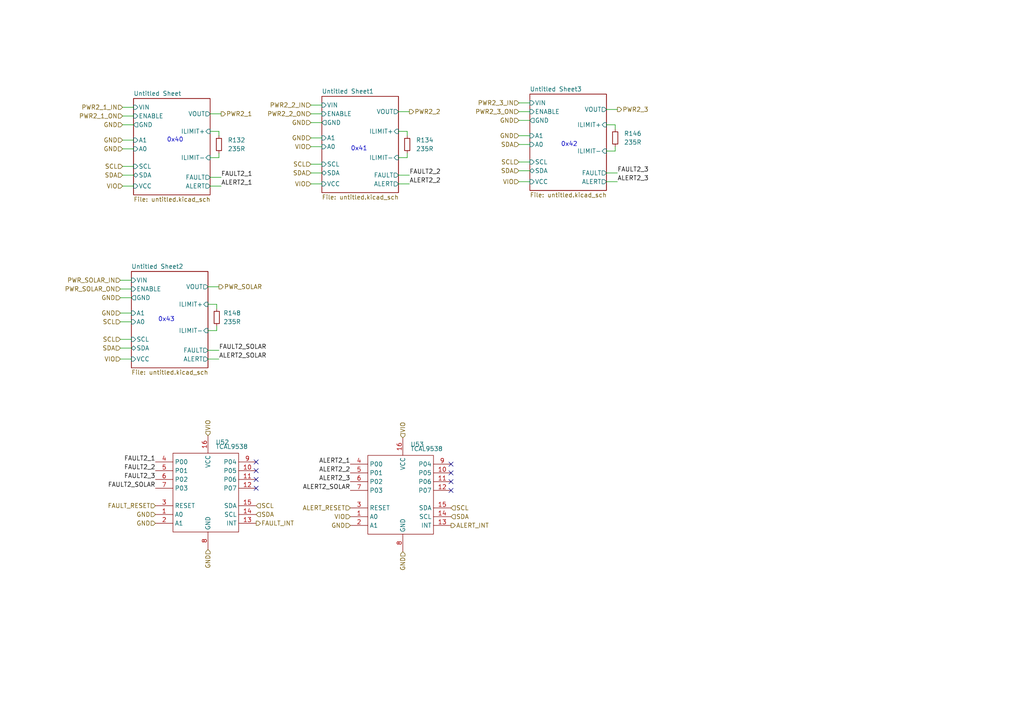
<source format=kicad_sch>
(kicad_sch (version 20231120) (generator "eeschema") (generator_version "8.0")
  (paper "A4")
  (lib_symbols
    (symbol "Device:R_Small" (pin_numbers hide) (pin_names (offset 0.254) hide)
      (property "Reference" "R" (at 0.762 0.508 0))
      (property "Value" "R_Small" (at 0.762 -1.016 0))
      (symbol "R_Small_0_1"
        (rectangle (start -0.762 1.778) (end 0.762 -1.778) (stroke (width 0.2032)))
      )
      (symbol "R_Small_1_1"
        (pin passive line (at 0 2.54 270) (length 0.762) (name "~") (number "1"))
        (pin passive line (at 0 -2.54 90) (length 0.762) (name "~") (number "2"))
      )
    )
    (symbol "Project:TCAL9538"
      (property "Reference" "U" (at 0 0 0))
      (symbol "TCAL9538_0_1"
        (rectangle (start -10.16 11.43) (end 8.89 -11.43))
      )
      (symbol "TCAL9538_1_1"
        (pin input line (at -15.24 -6.35 0) (length 5.08) (name "A0") (number "1"))
        (pin input line (at 13.97 6.35 180) (length 5.08) (name "P05") (number "10"))
        (pin input line (at 13.97 3.81 180) (length 5.08) (name "P06") (number "11"))
        (pin input line (at 13.97 1.27 180) (length 5.08) (name "P07") (number "12"))
        (pin output line (at 13.97 -8.89 180) (length 5.08) (name "INT") (number "13"))
        (pin input line (at 13.97 -6.35 180) (length 5.08) (name "SCL") (number "14"))
        (pin bidirectional line (at 13.97 -3.81 180) (length 5.08) (name "SDA") (number "15"))
        (pin power_in line (at 0 16.51 270) (length 5.08) (name "VCC") (number "16"))
        (pin input line (at -15.24 -8.89 0) (length 5.08) (name "A1") (number "2"))
        (pin input line (at -15.24 -3.81 0) (length 5.08) (name "RESET") (number "3"))
        (pin input line (at -15.24 8.89 0) (length 5.08) (name "P00") (number "4"))
        (pin input line (at -15.24 6.35 0) (length 5.08) (name "P01") (number "5"))
        (pin input line (at -15.24 3.81 0) (length 5.08) (name "P02") (number "6"))
        (pin input line (at -15.24 1.27 0) (length 5.08) (name "P03") (number "7"))
        (pin power_in line (at 0 -16.51 90) (length 5.08) (name "GND") (number "8"))
        (pin input line (at 13.97 8.89 180) (length 5.08) (name "P04") (number "9"))
      )
    )
  )
  (no_connect (at 130.81 134.62))
  (no_connect (at 74.295 133.985))
  (no_connect (at 74.295 136.525))
  (no_connect (at 130.81 137.16))
  (no_connect (at 130.81 142.24))
  (no_connect (at 130.81 139.7))
  (no_connect (at 74.295 141.605))
  (no_connect (at 74.295 139.065))
  (wire (pts (xy 34.925 98.425) (xy 38.1 98.425)))
  (wire (pts (xy 60.325 88.265) (xy 62.865 88.265)))
  (wire (pts (xy 34.925 86.36) (xy 38.1 86.36)))
  (wire (pts (xy 90.17 30.48) (xy 93.345 30.48)))
  (wire (pts (xy 60.96 45.72) (xy 63.5 45.72)))
  (wire (pts (xy 175.895 36.195) (xy 178.435 36.195)))
  (wire (pts (xy 60.96 33.02) (xy 64.135 33.02)))
  (wire (pts (xy 175.895 43.815) (xy 178.435 43.815)))
  (wire (pts (xy 34.925 81.28) (xy 38.1 81.28)))
  (wire (pts (xy 115.57 50.8) (xy 118.745 50.8)))
  (wire (pts (xy 90.17 40.005) (xy 93.345 40.005)))
  (wire (pts (xy 90.17 47.625) (xy 93.345 47.625)))
  (wire (pts (xy 35.56 48.26) (xy 38.735 48.26)))
  (wire (pts (xy 118.11 38.1) (xy 118.11 39.37)))
  (wire (pts (xy 60.96 51.435) (xy 64.135 51.435)))
  (wire (pts (xy 150.495 34.925) (xy 153.67 34.925)))
  (wire (pts (xy 90.17 42.545) (xy 93.345 42.545)))
  (wire (pts (xy 90.17 33.02) (xy 93.345 33.02)))
  (wire (pts (xy 115.57 38.1) (xy 118.11 38.1)))
  (wire (pts (xy 60.325 101.6) (xy 63.5 101.6)))
  (wire (pts (xy 90.17 53.34) (xy 93.345 53.34)))
  (wire (pts (xy 35.56 36.195) (xy 38.735 36.195)))
  (wire (pts (xy 63.5 38.1) (xy 63.5 39.37)))
  (wire (pts (xy 63.5 44.45) (xy 63.5 45.72)))
  (wire (pts (xy 34.925 104.14) (xy 38.1 104.14)))
  (wire (pts (xy 150.495 32.385) (xy 153.67 32.385)))
  (wire (pts (xy 90.17 35.56) (xy 93.345 35.56)))
  (wire (pts (xy 35.56 33.655) (xy 38.735 33.655)))
  (wire (pts (xy 115.57 32.385) (xy 118.745 32.385)))
  (wire (pts (xy 175.895 50.165) (xy 179.07 50.165)))
  (wire (pts (xy 34.925 93.345) (xy 38.1 93.345)))
  (wire (pts (xy 150.495 29.845) (xy 153.67 29.845)))
  (wire (pts (xy 60.96 38.1) (xy 63.5 38.1)))
  (wire (pts (xy 62.865 94.615) (xy 62.865 95.885)))
  (wire (pts (xy 34.925 100.965) (xy 38.1 100.965)))
  (wire (pts (xy 34.925 83.82) (xy 38.1 83.82)))
  (wire (pts (xy 35.56 50.8) (xy 38.735 50.8)))
  (wire (pts (xy 118.11 44.45) (xy 118.11 45.72)))
  (wire (pts (xy 35.56 53.975) (xy 38.735 53.975)))
  (wire (pts (xy 60.96 53.975) (xy 64.135 53.975)))
  (wire (pts (xy 178.435 42.545) (xy 178.435 43.815)))
  (wire (pts (xy 150.495 52.705) (xy 153.67 52.705)))
  (wire (pts (xy 60.325 95.885) (xy 62.865 95.885)))
  (wire (pts (xy 115.57 45.72) (xy 118.11 45.72)))
  (wire (pts (xy 35.56 43.18) (xy 38.735 43.18)))
  (wire (pts (xy 35.56 40.64) (xy 38.735 40.64)))
  (wire (pts (xy 175.895 31.75) (xy 179.07 31.75)))
  (wire (pts (xy 115.57 53.34) (xy 118.745 53.34)))
  (wire (pts (xy 90.17 50.165) (xy 93.345 50.165)))
  (wire (pts (xy 150.495 46.99) (xy 153.67 46.99)))
  (wire (pts (xy 178.435 36.195) (xy 178.435 37.465)))
  (wire (pts (xy 175.895 52.705) (xy 179.07 52.705)))
  (wire (pts (xy 34.925 90.805) (xy 38.1 90.805)))
  (wire (pts (xy 62.865 88.265) (xy 62.865 89.535)))
  (wire (pts (xy 60.325 83.185) (xy 63.5 83.185)))
  (wire (pts (xy 150.495 49.53) (xy 153.67 49.53)))
  (wire (pts (xy 150.495 41.91) (xy 153.67 41.91)))
  (wire (pts (xy 150.495 39.37) (xy 153.67 39.37)))
  (wire (pts (xy 35.56 31.115) (xy 38.735 31.115)))
  (wire (pts (xy 60.325 104.14) (xy 63.5 104.14)))
  (text "0x42\n" (at 165.1 41.91 0) (effects (font (size 1.27 1.27))))
  (text "0x43\n" (at 48.26 92.71 0) (effects (font (size 1.27 1.27))))
  (text "0x40" (at 50.8 40.64 0) (effects (font (size 1.27 1.27))))
  (text "0x41\n" (at 104.14 43.18 0) (effects (font (size 1.27 1.27))))
  (label "FAULT2_SOLAR" (at 45.085 141.605 180))
  (label "ALERT2_1" (at 101.6 134.62 180))
  (label "ALERT2_SOLAR" (at 101.6 142.24 180))
  (label "FAULT2_2" (at 118.745 50.8 0))
  (label "ALERT2_2" (at 118.745 53.34 0))
  (label "ALERT2_1" (at 64.135 53.975 0))
  (label "FAULT2_3" (at 45.085 139.065 180))
  (label "FAULT2_3" (at 179.07 50.165 0))
  (label "FAULT2_1" (at 45.085 133.985 180))
  (label "ALERT2_2" (at 101.6 137.16 180))
  (label "FAULT2_SOLAR" (at 63.5 101.6 0))
  (label "FAULT2_2" (at 45.085 136.525 180))
  (label "ALERT2_3" (at 101.6 139.7 180))
  (label "FAULT2_1" (at 64.135 51.435 0))
  (label "ALERT2_3" (at 179.07 52.705 0))
  (label "ALERT2_SOLAR" (at 63.5 104.14 0))
  (hierarchical_label "FAULT_INT" (shape output) (at 74.295 151.765 0))
  (hierarchical_label "GND" (shape input) (at 150.495 39.37 180))
  (hierarchical_label "SCL" (shape input) (at 90.17 47.625 180))
  (hierarchical_label "VIO" (shape input) (at 35.56 53.975 180))
  (hierarchical_label "PWR2_1_ON" (shape input) (at 35.56 33.655 180))
  (hierarchical_label "GND" (shape input) (at 34.925 86.36 180))
  (hierarchical_label "SCL" (shape input) (at 34.925 98.425 180))
  (hierarchical_label "SDA" (shape input) (at 150.495 41.91 180))
  (hierarchical_label "GND" (shape input) (at 60.325 159.385 270))
  (hierarchical_label "SCL" (shape input) (at 34.925 93.345 180))
  (hierarchical_label "VIO" (shape input) (at 90.17 53.34 180))
  (hierarchical_label "VIO" (shape input) (at 34.925 104.14 180))
  (hierarchical_label "SDA" (shape input) (at 35.56 50.8 180))
  (hierarchical_label "SDA" (shape input) (at 34.925 100.965 180))
  (hierarchical_label "GND" (shape input) (at 34.925 90.805 180))
  (hierarchical_label "VIO" (shape input) (at 60.325 126.365 90))
  (hierarchical_label "SCL" (shape input) (at 130.81 147.32 0))
  (hierarchical_label "VIO" (shape input) (at 90.17 42.545 180))
  (hierarchical_label "GND" (shape input) (at 35.56 43.18 180))
  (hierarchical_label "PWR_SOLAR" (shape output) (at 63.5 83.185 0))
  (hierarchical_label "PWR2_2" (shape output) (at 118.745 32.385 0))
  (hierarchical_label "PWR2_1" (shape output) (at 64.135 33.02 0))
  (hierarchical_label "VIO" (shape input) (at 150.495 52.705 180))
  (hierarchical_label "GND" (shape input) (at 45.085 149.225 180))
  (hierarchical_label "SDA" (shape input) (at 74.295 149.225 0))
  (hierarchical_label "PWR2_2_IN" (shape input) (at 90.17 30.48 180))
  (hierarchical_label "GND" (shape input) (at 101.6 152.4 180))
  (hierarchical_label "GND" (shape input) (at 35.56 40.64 180))
  (hierarchical_label "GND" (shape input) (at 90.17 35.56 180))
  (hierarchical_label "GND" (shape input) (at 45.085 151.765 180))
  (hierarchical_label "PWR_SOLAR_IN" (shape input) (at 34.925 81.28 180))
  (hierarchical_label "GND" (shape input) (at 150.495 34.925 180))
  (hierarchical_label "ALERT_INT" (shape output) (at 130.81 152.4 0))
  (hierarchical_label "PWR2_2_ON" (shape input) (at 90.17 33.02 180))
  (hierarchical_label "VIO" (shape input) (at 116.84 127 90))
  (hierarchical_label "FAULT_RESET" (shape input) (at 45.085 146.685 180))
  (hierarchical_label "SDA" (shape input) (at 90.17 50.165 180))
  (hierarchical_label "GND" (shape input) (at 35.56 36.195 180))
  (hierarchical_label "PWR2_3_IN" (shape input) (at 150.495 29.845 180))
  (hierarchical_label "PWR2_1_IN" (shape input) (at 35.56 31.115 180))
  (hierarchical_label "PWR_SOLAR_ON" (shape input) (at 34.925 83.82 180))
  (hierarchical_label "PWR2_3_ON" (shape input) (at 150.495 32.385 180))
  (hierarchical_label "VIO" (shape input) (at 101.6 149.86 180))
  (hierarchical_label "SCL" (shape input) (at 35.56 48.26 180))
  (hierarchical_label "SCL" (shape input) (at 150.495 46.99 180))
  (hierarchical_label "GND" (shape input) (at 116.84 160.02 270))
  (hierarchical_label "ALERT_RESET" (shape input) (at 101.6 147.32 180))
  (hierarchical_label "GND" (shape input) (at 90.17 40.005 180))
  (hierarchical_label "PWR2_3" (shape output) (at 179.07 31.75 0))
  (hierarchical_label "SDA" (shape input) (at 150.495 49.53 180))
  (hierarchical_label "SCL" (shape input) (at 74.295 146.685 0))
  (hierarchical_label "SDA" (shape input) (at 130.81 149.86 0))
  (symbol (lib_id "Project:TCAL9538") (at 60.325 142.875 0) (unit 1)
    (property "Reference" "U52" (at 62.5191 128.27 0) (effects (justify left)))
    (property "Value" "TCAL9538" (at 62.5191 129.54 0) (effects (justify left)))
    (property "Footprint" "Package_SO:TSSOP-16_4.4x5mm_P0.65mm" (effects (hide yes)))
  )
  (symbol (lib_id "Project:TCAL9538") (at 116.84 143.51 0) (unit 1)
    (property "Reference" "U53" (at 119.0341 128.905 0) (effects (justify left)))
    (property "Value" "TCAL9538" (at 119.0341 130.175 0) (effects (justify left)))
    (property "Footprint" "Package_SO:TSSOP-16_4.4x5mm_P0.65mm" (effects (hide yes)))
  )
  (symbol (lib_id "Device:R_Small") (at 63.5 41.91 0) (unit 1)
    (property "Reference" "R132" (at 66.04 40.6399 0) (effects (justify left)))
    (property "Value" "235R" (at 66.04 43.1799 0) (effects (justify left)))
    (property "Footprint" "Resistor_SMD:R_0402_1005Metric_Pad0.72x0.64mm_HandSolder" (effects (hide yes)))
    (property "Description" "Resistor, small symbol" (effects (hide yes)))
  )
  (symbol (lib_id "Device:R_Small") (at 178.435 40.005 0) (unit 1)
    (property "Reference" "R146" (at 180.975 38.7349 0) (effects (justify left)))
    (property "Value" "235R" (at 180.975 41.2749 0) (effects (justify left)))
    (property "Footprint" "Resistor_SMD:R_0402_1005Metric_Pad0.72x0.64mm_HandSolder" (effects (hide yes)))
    (property "Description" "Resistor, small symbol" (effects (hide yes)))
  )
  (symbol (lib_id "Device:R_Small") (at 62.865 92.075 0) (unit 1)
    (property "Reference" "R148" (at 64.77 90.8049 0) (effects (justify left)))
    (property "Value" "235R" (at 64.77 93.3449 0) (effects (justify left)))
    (property "Footprint" "Resistor_SMD:R_0402_1005Metric_Pad0.72x0.64mm_HandSolder" (effects (hide yes)))
    (property "Description" "Resistor, small symbol" (effects (hide yes)))
  )
  (symbol (lib_id "Device:R_Small") (at 118.11 41.91 0) (unit 1)
    (property "Reference" "R134" (at 120.65 40.6399 0) (effects (justify left)))
    (property "Value" "235R" (at 120.65 43.1799 0) (effects (justify left)))
    (property "Footprint" "Resistor_SMD:R_0402_1005Metric_Pad0.72x0.64mm_HandSolder" (effects (hide yes)))
    (property "Description" "Resistor, small symbol" (effects (hide yes)))
  )
  (sheet (at 38.1 78.74) (size 22.225 27.94) (stroke (width 0.1524))
    (property "Sheetname" "Untitled Sheet2" (at 38.1 78.0284 0) (effects (justify left bottom)))
    (property "Sheetfile" "untitled.kicad_sch" (at 38.1 107.2646 0) (effects (justify left top)))
    (pin "GND" output (at 38.1 86.36 180))
    (pin "ENABLE" input (at 38.1 83.82 180))
    (pin "VOUT" output (at 60.325 83.185 0))
    (pin "VCC" input (at 38.1 104.14 180))
    (pin "ALERT" output (at 60.325 104.14 0))
    (pin "SDA" bidirectional (at 38.1 100.965 180))
    (pin "SCL" input (at 38.1 98.425 180))
    (pin "A0" input (at 38.1 93.345 180))
    (pin "VIN" input (at 38.1 81.28 180))
    (pin "A1" input (at 38.1 90.805 180))
    (pin "FAULT" output (at 60.325 101.6 0))
    (pin "ILIMIT-" input (at 60.325 95.885 0))
    (pin "ILIMIT+" input (at 60.325 88.265 0))
  )
  (sheet (at 153.67 27.305) (size 22.225 27.94) (stroke (width 0.1524))
    (property "Sheetname" "Untitled Sheet3" (at 153.67 26.5934 0) (effects (justify left bottom)))
    (property "Sheetfile" "untitled.kicad_sch" (at 153.67 55.8296 0) (effects (justify left top)))
    (pin "GND" output (at 153.67 34.925 180))
    (pin "ENABLE" input (at 153.67 32.385 180))
    (pin "VOUT" output (at 175.895 31.75 0))
    (pin "VCC" input (at 153.67 52.705 180))
    (pin "ALERT" output (at 175.895 52.705 0))
    (pin "SDA" bidirectional (at 153.67 49.53 180))
    (pin "SCL" input (at 153.67 46.99 180))
    (pin "A0" input (at 153.67 41.91 180))
    (pin "VIN" input (at 153.67 29.845 180))
    (pin "A1" input (at 153.67 39.37 180))
    (pin "FAULT" output (at 175.895 50.165 0))
    (pin "ILIMIT-" input (at 175.895 43.815 0))
    (pin "ILIMIT+" input (at 175.895 36.195 0))
  )
  (sheet (at 93.345 27.94) (size 22.225 27.94) (stroke (width 0.1524))
    (property "Sheetname" "Untitled Sheet1" (at 93.345 27.2284 0) (effects (justify left bottom)))
    (property "Sheetfile" "untitled.kicad_sch" (at 93.345 56.4646 0) (effects (justify left top)))
    (pin "GND" output (at 93.345 35.56 180))
    (pin "ENABLE" input (at 93.345 33.02 180))
    (pin "VOUT" output (at 115.57 32.385 0))
    (pin "VCC" input (at 93.345 53.34 180))
    (pin "ALERT" output (at 115.57 53.34 0))
    (pin "SDA" bidirectional (at 93.345 50.165 180))
    (pin "SCL" input (at 93.345 47.625 180))
    (pin "A0" input (at 93.345 42.545 180))
    (pin "VIN" input (at 93.345 30.48 180))
    (pin "A1" input (at 93.345 40.005 180))
    (pin "FAULT" output (at 115.57 50.8 0))
    (pin "ILIMIT-" input (at 115.57 45.72 0))
    (pin "ILIMIT+" input (at 115.57 38.1 0))
  )
  (sheet (at 38.735 28.575) (size 22.225 27.94) (stroke (width 0.1524))
    (property "Sheetname" "Untitled Sheet" (at 38.735 27.8634 0) (effects (justify left bottom)))
    (property "Sheetfile" "untitled.kicad_sch" (at 38.735 57.0996 0) (effects (justify left top)))
    (pin "GND" output (at 38.735 36.195 180))
    (pin "ENABLE" input (at 38.735 33.655 180))
    (pin "VOUT" output (at 60.96 33.02 0))
    (pin "VCC" input (at 38.735 53.975 180))
    (pin "ALERT" output (at 60.96 53.975 0))
    (pin "SDA" bidirectional (at 38.735 50.8 180))
    (pin "SCL" input (at 38.735 48.26 180))
    (pin "A0" input (at 38.735 43.18 180))
    (pin "VIN" input (at 38.735 31.115 180))
    (pin "A1" input (at 38.735 40.64 180))
    (pin "FAULT" output (at 60.96 51.435 0))
    (pin "ILIMIT+" input (at 60.96 38.1 0))
    (pin "ILIMIT-" input (at 60.96 45.72 0))
  )
)
</source>
